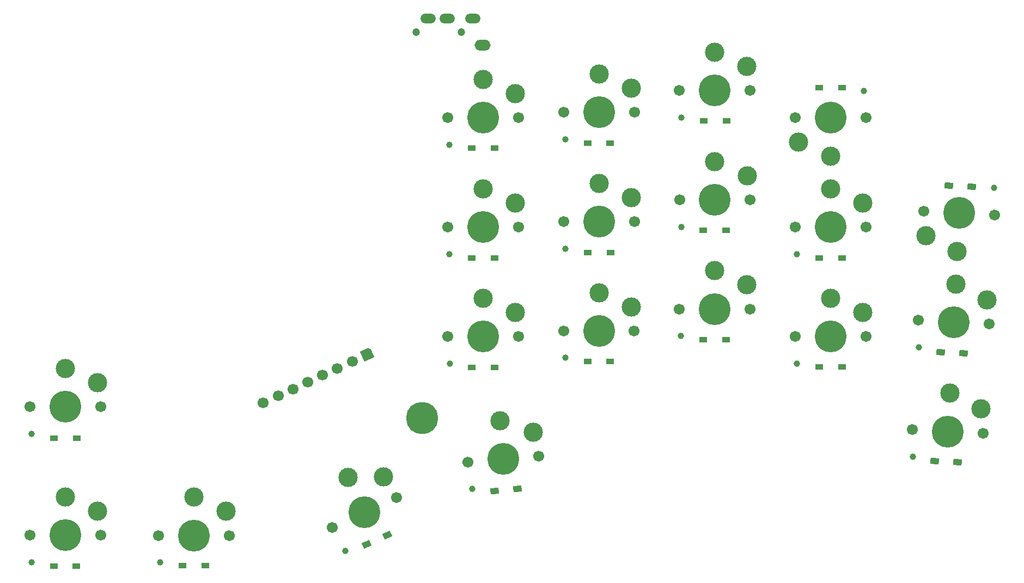
<source format=gts>
%TF.GenerationSoftware,KiCad,Pcbnew,7.0.7*%
%TF.CreationDate,2024-08-30T08:21:24+09:00*%
%TF.ProjectId,evoroll,65766f72-6f6c-46c2-9e6b-696361645f70,rev?*%
%TF.SameCoordinates,Original*%
%TF.FileFunction,Soldermask,Top*%
%TF.FilePolarity,Negative*%
%FSLAX46Y46*%
G04 Gerber Fmt 4.6, Leading zero omitted, Abs format (unit mm)*
G04 Created by KiCad (PCBNEW 7.0.7) date 2024-08-30 08:21:24*
%MOMM*%
%LPD*%
G01*
G04 APERTURE LIST*
G04 Aperture macros list*
%AMHorizOval*
0 Thick line with rounded ends*
0 $1 width*
0 $2 $3 position (X,Y) of the first rounded end (center of the circle)*
0 $4 $5 position (X,Y) of the second rounded end (center of the circle)*
0 Add line between two ends*
20,1,$1,$2,$3,$4,$5,0*
0 Add two circle primitives to create the rounded ends*
1,1,$1,$2,$3*
1,1,$1,$4,$5*%
%AMRotRect*
0 Rectangle, with rotation*
0 The origin of the aperture is its center*
0 $1 length*
0 $2 width*
0 $3 Rotation angle, in degrees counterclockwise*
0 Add horizontal line*
21,1,$1,$2,0,0,$3*%
%AMOutline5P*
0 Free polygon, 5 corners , with rotation*
0 The origin of the aperture is its center*
0 number of corners: always 5*
0 $1 to $10 corner X, Y*
0 $11 Rotation angle, in degrees counterclockwise*
0 create outline with 5 corners*
4,1,5,$1,$2,$3,$4,$5,$6,$7,$8,$9,$10,$1,$2,$11*%
%AMOutline6P*
0 Free polygon, 6 corners , with rotation*
0 The origin of the aperture is its center*
0 number of corners: always 6*
0 $1 to $12 corner X, Y*
0 $13 Rotation angle, in degrees counterclockwise*
0 create outline with 6 corners*
4,1,6,$1,$2,$3,$4,$5,$6,$7,$8,$9,$10,$11,$12,$1,$2,$13*%
%AMOutline7P*
0 Free polygon, 7 corners , with rotation*
0 The origin of the aperture is its center*
0 number of corners: always 7*
0 $1 to $14 corner X, Y*
0 $15 Rotation angle, in degrees counterclockwise*
0 create outline with 7 corners*
4,1,7,$1,$2,$3,$4,$5,$6,$7,$8,$9,$10,$11,$12,$13,$14,$1,$2,$15*%
%AMOutline8P*
0 Free polygon, 8 corners , with rotation*
0 The origin of the aperture is its center*
0 number of corners: always 8*
0 $1 to $16 corner X, Y*
0 $17 Rotation angle, in degrees counterclockwise*
0 create outline with 8 corners*
4,1,8,$1,$2,$3,$4,$5,$6,$7,$8,$9,$10,$11,$12,$13,$14,$15,$16,$1,$2,$17*%
G04 Aperture macros list end*
%ADD10Outline5P,-0.850000X0.510000X-0.510000X0.850000X0.850000X0.850000X0.850000X-0.850000X-0.850000X-0.850000X295.000000*%
%ADD11HorizOval,1.700000X0.000000X0.000000X0.000000X0.000000X0*%
%ADD12RotRect,1.300000X0.950000X5.000000*%
%ADD13RotRect,1.300000X0.950000X25.000000*%
%ADD14R,1.300000X0.950000*%
%ADD15RotRect,1.300000X0.950000X357.000000*%
%ADD16C,1.701800*%
%ADD17C,3.000000*%
%ADD18C,4.950000*%
%ADD19C,0.990600*%
%ADD20C,1.200000*%
%ADD21O,2.500000X1.700000*%
%ADD22O,2.400000X1.500000*%
%ADD23C,5.000000*%
G04 APERTURE END LIST*
D10*
%TO.C,J1*%
X73925000Y-89425000D03*
D11*
X71622978Y-90498450D03*
X69320956Y-91571901D03*
X67018935Y-92645351D03*
X64716913Y-93718802D03*
X62414891Y-94792252D03*
X60112869Y-95865702D03*
X57810848Y-96939153D03*
%TD*%
D12*
%TO.C,D20*%
X93756754Y-110629701D03*
X97293246Y-110320299D03*
%TD*%
D13*
%TO.C,D19*%
X73891304Y-118975147D03*
X77108696Y-117474853D03*
%TD*%
D14*
%TO.C,D18*%
X45250000Y-122275000D03*
X48800000Y-122275000D03*
%TD*%
%TO.C,D17*%
X25225000Y-122325000D03*
X28775000Y-122325000D03*
%TD*%
%TO.C,D16*%
X25275000Y-102425000D03*
X28825000Y-102425000D03*
%TD*%
D15*
%TO.C,D15*%
X162177433Y-106007104D03*
X165722567Y-106192896D03*
%TD*%
D14*
%TO.C,D14*%
X144200000Y-91350000D03*
X147750000Y-91350000D03*
%TD*%
%TO.C,D13*%
X126225000Y-87125000D03*
X129775000Y-87125000D03*
%TD*%
%TO.C,D12*%
X108200000Y-90525000D03*
X111750000Y-90525000D03*
%TD*%
%TO.C,D11*%
X90225000Y-91450000D03*
X93775000Y-91450000D03*
%TD*%
D15*
%TO.C,D10*%
X163127433Y-89057104D03*
X166672567Y-89242896D03*
%TD*%
D14*
%TO.C,D9*%
X144200000Y-74425000D03*
X147750000Y-74425000D03*
%TD*%
%TO.C,D8*%
X126225000Y-70100000D03*
X129775000Y-70100000D03*
%TD*%
%TO.C,D7*%
X108275000Y-73550000D03*
X111825000Y-73550000D03*
%TD*%
%TO.C,D6*%
X90225000Y-74400000D03*
X93775000Y-74400000D03*
%TD*%
D15*
%TO.C,D5*%
X164402433Y-63132104D03*
X167947567Y-63317896D03*
%TD*%
D14*
%TO.C,D4*%
X144225000Y-47875000D03*
X147775000Y-47875000D03*
%TD*%
%TO.C,D3*%
X126250000Y-53100000D03*
X129800000Y-53100000D03*
%TD*%
%TO.C,D2*%
X108200000Y-56525000D03*
X111750000Y-56525000D03*
%TD*%
%TO.C,D1*%
X90225000Y-57350000D03*
X93775000Y-57350000D03*
%TD*%
D16*
%TO.C,SW3*%
X133500000Y-48375000D03*
D17*
X133000000Y-44625000D03*
D18*
X128000000Y-48375000D03*
D17*
X128000000Y-42425000D03*
D19*
X122780000Y-52575000D03*
D16*
X122500000Y-48375000D03*
%TD*%
%TO.C,SW10*%
X170626575Y-84676094D03*
D17*
X170323521Y-80905065D03*
D18*
X165134113Y-84388246D03*
D17*
X165445512Y-78446400D03*
D19*
X159701456Y-88309296D03*
D16*
X159641651Y-84100398D03*
%TD*%
%TO.C,SW15*%
X158718130Y-101095333D03*
D19*
X158777935Y-105304231D03*
D17*
X164521991Y-95441335D03*
D18*
X164210592Y-101383181D03*
D17*
X169400000Y-97900000D03*
D16*
X169703054Y-101671029D03*
%TD*%
%TO.C,SW20*%
X89627043Y-106171280D03*
D19*
X90272032Y-110330894D03*
D17*
X94587537Y-99764565D03*
D18*
X95106114Y-105691923D03*
D17*
X99760253Y-101520414D03*
D16*
X100585185Y-105212566D03*
%TD*%
D20*
%TO.C,J2*%
X81600000Y-39250000D03*
X88600000Y-39250000D03*
D21*
X91900000Y-41350000D03*
D22*
X83400000Y-37150000D03*
X86400000Y-37150000D03*
X90400000Y-37150000D03*
%TD*%
D23*
%TO.C,Ref\u002A\u002A*%
X82500000Y-99300000D03*
%TD*%
D16*
%TO.C,SW19*%
X68543587Y-116291931D03*
D19*
X70572350Y-119980091D03*
D17*
X71013701Y-108575000D03*
D18*
X73528280Y-113967531D03*
D17*
X76475000Y-108455785D03*
D16*
X78512973Y-111643131D03*
%TD*%
%TO.C,SW18*%
X41525000Y-117575000D03*
D19*
X41805000Y-121775000D03*
D17*
X47025000Y-111625000D03*
D18*
X47025000Y-117575000D03*
D17*
X52025000Y-113825000D03*
D16*
X52525000Y-117575000D03*
%TD*%
%TO.C,SW17*%
X21525000Y-117550000D03*
D19*
X21805000Y-121750000D03*
D17*
X27025000Y-111600000D03*
D18*
X27025000Y-117550000D03*
D17*
X32025000Y-113800000D03*
D16*
X32525000Y-117550000D03*
%TD*%
%TO.C,SW16*%
X21550000Y-97550000D03*
D19*
X21830000Y-101750000D03*
D17*
X27050000Y-91600000D03*
D18*
X27050000Y-97550000D03*
D17*
X32050000Y-93800000D03*
D16*
X32550000Y-97550000D03*
%TD*%
%TO.C,SW14*%
X140475000Y-86600000D03*
D19*
X140755000Y-90800000D03*
D17*
X145975000Y-80650000D03*
D18*
X145975000Y-86600000D03*
D17*
X150975000Y-82850000D03*
D16*
X151475000Y-86600000D03*
%TD*%
%TO.C,SW13*%
X122475000Y-82350000D03*
D19*
X122755000Y-86550000D03*
D17*
X127975000Y-76400000D03*
D18*
X127975000Y-82350000D03*
D17*
X132975000Y-78600000D03*
D16*
X133475000Y-82350000D03*
%TD*%
%TO.C,SW12*%
X104475000Y-85750000D03*
D19*
X104755000Y-89950000D03*
D17*
X109975000Y-79800000D03*
D18*
X109975000Y-85750000D03*
D17*
X114975000Y-82000000D03*
D16*
X115475000Y-85750000D03*
%TD*%
%TO.C,SW11*%
X86505000Y-86600000D03*
D19*
X86785000Y-90800000D03*
D17*
X92005000Y-80650000D03*
D18*
X92005000Y-86600000D03*
D17*
X97005000Y-82850000D03*
D16*
X97505000Y-86600000D03*
%TD*%
%TO.C,SW9*%
X151475000Y-69600000D03*
D17*
X150975000Y-65850000D03*
D18*
X145975000Y-69600000D03*
D17*
X145975000Y-63650000D03*
D19*
X140755000Y-73800000D03*
D16*
X140475000Y-69600000D03*
%TD*%
%TO.C,SW8*%
X133505000Y-65350000D03*
D17*
X133005000Y-61600000D03*
D18*
X128005000Y-65350000D03*
D17*
X128005000Y-59400000D03*
D19*
X122785000Y-69550000D03*
D16*
X122505000Y-65350000D03*
%TD*%
%TO.C,SW7*%
X115525000Y-68750000D03*
D17*
X115025000Y-65000000D03*
D18*
X110025000Y-68750000D03*
D17*
X110025000Y-62800000D03*
D19*
X104805000Y-72950000D03*
D16*
X104525000Y-68750000D03*
%TD*%
%TO.C,SW6*%
X97475000Y-69625000D03*
D17*
X96975000Y-65875000D03*
D18*
X91975000Y-69625000D03*
D17*
X91975000Y-63675000D03*
D19*
X86755000Y-73825000D03*
D16*
X86475000Y-69625000D03*
%TD*%
%TO.C,SW5*%
X160474881Y-67133202D03*
D17*
X160777935Y-70904231D03*
D18*
X165967343Y-67421050D03*
D17*
X165655944Y-73362896D03*
D19*
X171400000Y-63500000D03*
D16*
X171459805Y-67708898D03*
%TD*%
%TO.C,SW4*%
X140475000Y-52600000D03*
D17*
X140975000Y-56350000D03*
D18*
X145975000Y-52600000D03*
D17*
X145975000Y-58550000D03*
D19*
X151195000Y-48400000D03*
D16*
X151475000Y-52600000D03*
%TD*%
%TO.C,SW2*%
X115480000Y-51750000D03*
D17*
X114980000Y-48000000D03*
D18*
X109980000Y-51750000D03*
D17*
X109980000Y-45800000D03*
D19*
X104760000Y-55950000D03*
D16*
X104480000Y-51750000D03*
%TD*%
%TO.C,SW1*%
X97475000Y-52600000D03*
D17*
X96975000Y-48850000D03*
D18*
X91975000Y-52600000D03*
D17*
X91975000Y-46650000D03*
D19*
X86755000Y-56800000D03*
D16*
X86475000Y-52600000D03*
%TD*%
M02*

</source>
